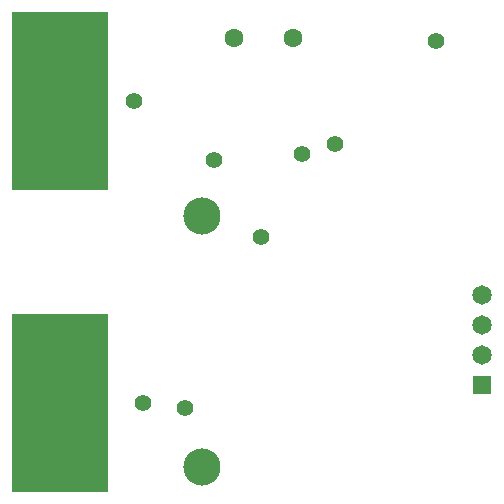
<source format=gbs>
G04*
G04 #@! TF.GenerationSoftware,Altium Limited,Altium Designer,21.0.9 (235)*
G04*
G04 Layer_Color=16711935*
%FSLAX25Y25*%
%MOIN*%
G70*
G04*
G04 #@! TF.SameCoordinates,F2DB6EBA-4697-400F-9171-178E4C064C3E*
G04*
G04*
G04 #@! TF.FilePolarity,Negative*
G04*
G01*
G75*
%ADD41R,0.32087X0.59646*%
%ADD48C,0.12402*%
%ADD49R,0.06496X0.06496*%
%ADD50C,0.06496*%
%ADD51C,0.06299*%
%ADD52C,0.05591*%
D41*
X143701Y360236D02*
D03*
Y259842D02*
D03*
D48*
X190945Y322047D02*
D03*
Y238189D02*
D03*
D49*
X284449Y265591D02*
D03*
D50*
Y275590D02*
D03*
Y285591D02*
D03*
Y295590D02*
D03*
D51*
X201772Y381496D02*
D03*
X221457D02*
D03*
D52*
X185327Y257874D02*
D03*
X171260Y259842D02*
D03*
X168307Y360236D02*
D03*
X235433Y346063D02*
D03*
X268898Y380315D02*
D03*
X210630Y314961D02*
D03*
X224410Y342520D02*
D03*
X194882Y340551D02*
D03*
M02*

</source>
